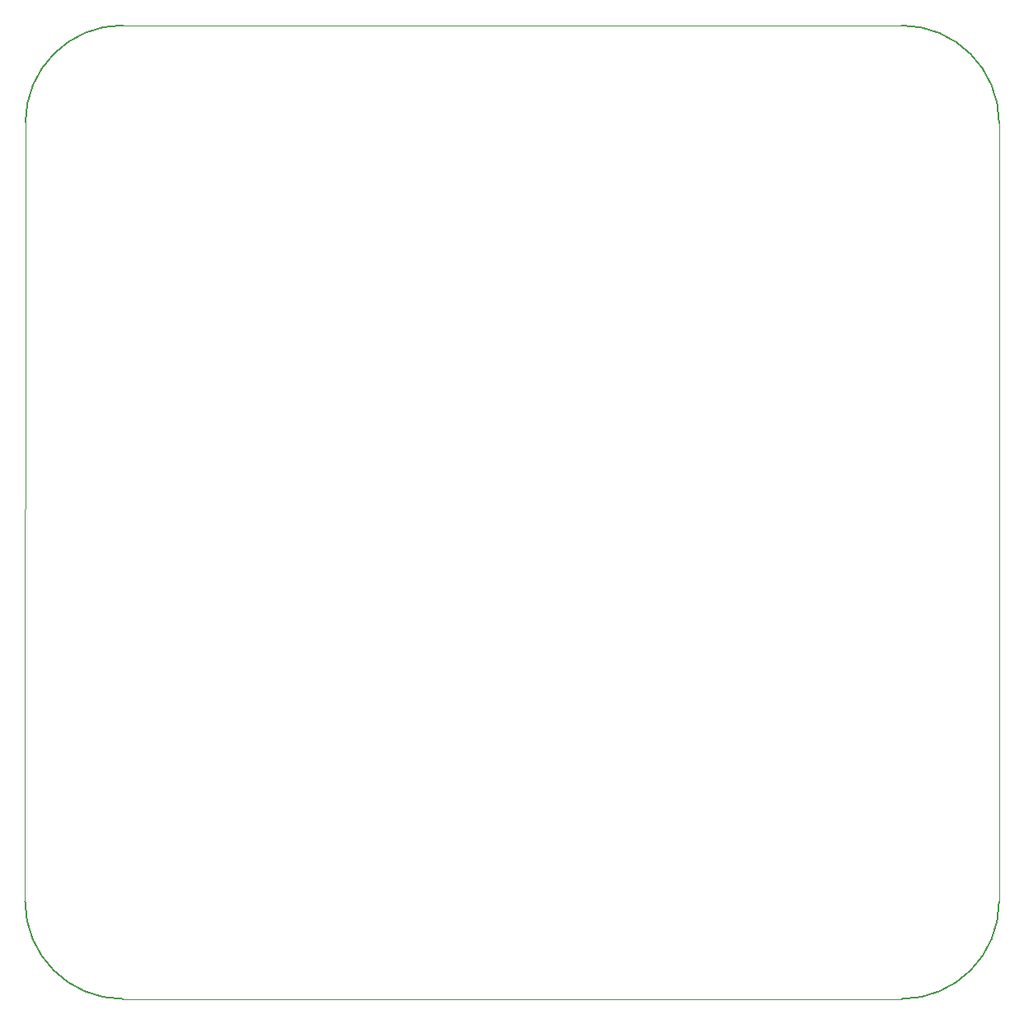
<source format=gbr>
%TF.GenerationSoftware,KiCad,Pcbnew,7.0.10-7.0.10~ubuntu22.04.1*%
%TF.CreationDate,2025-06-15T10:20:51+07:00*%
%TF.ProjectId,servermon,73657276-6572-46d6-9f6e-2e6b69636164,rev?*%
%TF.SameCoordinates,Original*%
%TF.FileFunction,Profile,NP*%
%FSLAX46Y46*%
G04 Gerber Fmt 4.6, Leading zero omitted, Abs format (unit mm)*
G04 Created by KiCad (PCBNEW 7.0.10-7.0.10~ubuntu22.04.1) date 2025-06-15 10:20:51*
%MOMM*%
%LPD*%
G01*
G04 APERTURE LIST*
%TA.AperFunction,Profile*%
%ADD10C,0.150000*%
%TD*%
%TA.AperFunction,Profile*%
%ADD11C,0.100000*%
%TD*%
G04 APERTURE END LIST*
D10*
X169976800Y-159990800D02*
G75*
G03*
X179976800Y-149990800I0J10000000D01*
G01*
D11*
X89959200Y-159990800D02*
X169976800Y-159990800D01*
D10*
X89988400Y-60002400D02*
G75*
G03*
X79988400Y-70002400I0J-10000000D01*
G01*
D11*
X179976800Y-149990800D02*
X179976800Y-70024000D01*
X169976800Y-60024000D02*
X89988400Y-60002400D01*
X79988400Y-70002400D02*
X79959200Y-149990800D01*
D10*
X79959200Y-149990800D02*
G75*
G03*
X89959200Y-159990800I10000000J0D01*
G01*
X179976800Y-70024000D02*
G75*
G03*
X169976800Y-60024000I-10000000J0D01*
G01*
M02*

</source>
